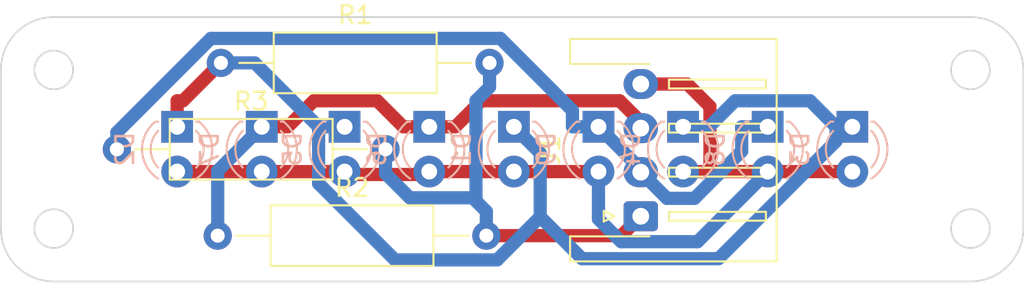
<source format=kicad_pcb>
(kicad_pcb (version 20211014) (generator pcbnew)
  (layers (0 "F.Cu" signal) (31 "B.Cu" signal) (34 "B.Paste" user) (35 "F.Paste" user) (36 "B.SilkS" user "B.Silkscreen") (37 "F.SilkS" user "F.Silkscreen") (38 "B.Mask" user) (39 "F.Mask" user) (44 "Edge.Cuts" user))
  (net 0 "")
  (net 1 "Net-(D1-Pad1)")
  (net 2 "GND")
  (net 3 "SIG_1")
  (net 4 "SIG_2")
  (net 5 "3.3V")
  (footprint "Resistor_THT:R_Axial_DIN0309_L9.0mm_D3.2mm_P15.24mm_Horizontal" (layer "F.Cu") (at 169.48 122.6)
    (fp_text reference "R1" (at 7.62 -2.72) (layer "F.SilkS"))
    (fp_text value "47R")
    (fp_line (start 14.2 0) (end 12.24 0) (layer "F.SilkS") (width 0.12))
    (fp_line (start 3 -1.72) (end 3 1.72) (layer "F.SilkS") (width 0.12))
    (fp_line (start 12.24 -1.72) (end 3 -1.72) (layer "F.SilkS") (width 0.12))
    (fp_line (start 1.04 0) (end 3 0) (layer "F.SilkS") (width 0.12))
    (fp_line (start 12.24 1.72) (end 12.24 -1.72) (layer "F.SilkS") (width 0.12))
    (fp_line (start 3 1.72) (end 12.24 1.72) (layer "F.SilkS") (width 0.12))
    (pad "1" thru_hole circle (at 0 0) (size 1.6 1.6) (drill 0.8) (layers *.Cu *.Mask) (net 1 "Net-(D1-Pad1)"))
    (pad "2" thru_hole oval (at 15.24 0) (size 1.6 1.6) (drill 0.8) (layers *.Cu *.Mask) (net 2 "GND"))
  )
  (footprint "Resistor_THT:R_Axial_DIN0309_L9.0mm_D3.2mm_P15.24mm_Horizontal" (layer "F.Cu") (at 163.58 127.5)
    (fp_text reference "R3" (at 7.62 -2.72) (layer "F.SilkS"))
    (fp_text value "100K")
    (fp_line (start 3 -1.72) (end 3 1.72) (layer "F.SilkS") (width 0.12))
    (fp_line (start 12.24 -1.72) (end 3 -1.72) (layer "F.SilkS") (width 0.12))
    (fp_line (start 14.2 0) (end 12.24 0) (layer "F.SilkS") (width 0.12))
    (fp_line (start 3 1.72) (end 12.24 1.72) (layer "F.SilkS") (width 0.12))
    (fp_line (start 1.04 0) (end 3 0) (layer "F.SilkS") (width 0.12))
    (fp_line (start 12.24 1.72) (end 12.24 -1.72) (layer "F.SilkS") (width 0.12))
    (pad "1" thru_hole circle (at 0 0) (size 1.6 1.6) (drill 0.8) (layers *.Cu *.Mask) (net 4 "SIG_2"))
    (pad "2" thru_hole oval (at 15.24 0) (size 1.6 1.6) (drill 0.8) (layers *.Cu *.Mask) (net 2 "GND"))
  )
  (footprint "Resistor_THT:R_Axial_DIN0309_L9.0mm_D3.2mm_P15.24mm_Horizontal" (layer "F.Cu") (at 169.3 132.4)
    (fp_text reference "R2" (at 7.62 -2.72) (layer "F.SilkS"))
    (fp_text value "100K")
    (fp_line (start 3 -1.72) (end 3 1.72) (layer "F.SilkS") (width 0.12))
    (fp_line (start 14.2 0) (end 12.24 0) (layer "F.SilkS") (width 0.12))
    (fp_line (start 12.24 1.72) (end 12.24 -1.72) (layer "F.SilkS") (width 0.12))
    (fp_line (start 12.24 -1.72) (end 3 -1.72) (layer "F.SilkS") (width 0.12))
    (fp_line (start 3 1.72) (end 12.24 1.72) (layer "F.SilkS") (width 0.12))
    (fp_line (start 1.04 0) (end 3 0) (layer "F.SilkS") (width 0.12))
    (pad "1" thru_hole circle (at 0 0) (size 1.6 1.6) (drill 0.8) (layers *.Cu *.Mask) (net 3 "SIG_1"))
    (pad "2" thru_hole oval (at 15.24 0) (size 1.6 1.6) (drill 0.8) (layers *.Cu *.Mask) (net 2 "GND"))
  )
  (footprint "Connector_JST:JST_XH_S4B-XH-A-1_1x04_P2.50mm_Horizontal" (layer "F.Cu") (at 193.3 131.3 90)
    (fp_text reference "J1" (at 3.75 -5.1 90) (layer "F.SilkS"))
    (fp_text value "Conn_01x04")
    (fp_line (start 0 -1.5) (end -0.3 -2.1) (layer "F.SilkS") (width 0.12))
    (fp_line (start 5.25 7.1) (end 5.25 1.6) (layer "F.SilkS") (width 0.12))
    (fp_line (start 0.25 1.6) (end -0.25 1.6) (layer "F.SilkS") (width 0.12))
    (fp_line (start 7.25 1.6) (end 7.25 7.1) (layer "F.SilkS") (width 0.12))
    (fp_line (start -0.3 -2.1) (end 0.3 -2.1) (layer "F.SilkS") (width 0.12))
    (fp_line (start -0.25 1.6) (end -0.25 7.1) (layer "F.SilkS") (width 0.12))
    (fp_line (start 3.75 7.71) (end 10.06 7.71) (layer "F.SilkS") (width 0.12))
    (fp_line (start 2.75 1.6) (end 2.25 1.6) (layer "F.SilkS") (width 0.12))
    (fp_line (start 4.75 7.1) (end 5.25 7.1) (layer "F.SilkS") (width 0.12))
    (fp_line (start -2.56 7.71) (end -2.56 -4.01) (layer "F.SilkS") (width 0.12))
    (fp_line (start 2.25 1.6) (end 2.25 7.1) (layer "F.SilkS") (width 0.12))
    (fp_line (start 2.75 7.1) (end 2.75 1.6) (layer "F.SilkS") (width 0.12))
    (fp_line (start 7.75 7.1) (end 7.75 1.6) (layer "F.SilkS") (width 0.12))
    (fp_line (start 0.3 -2.1) (end 0 -1.5) (layer "F.SilkS") (width 0.12))
    (fp_line (start -0.25 7.1) (end 0.25 7.1) (layer "F.SilkS") (width 0.12))
    (fp_line (start 4.75 1.6) (end 4.75 7.1) (layer "F.SilkS") (width 0.12))
    (fp_line (start 2.25 7.1) (end 2.75 7.1) (layer "F.SilkS") (width 0.12))
    (fp_line (start 3.75 7.71) (end -2.56 7.71) (layer "F.SilkS") (width 0.12))
    (fp_line (start 5.25 1.6) (end 4.75 1.6) (layer "F.SilkS") (width 0.12))
    (fp_line (start 10.06 -4.01) (end 8.64 -4.01) (layer "F.SilkS") (width 0.12))
    (fp_line (start -1.14 -4.01) (end -1.14 0.49) (layer "F.SilkS") (width 0.12))
    (fp_line (start 7.75 1.6) (end 7.25 1.6) (layer "F.SilkS") (width 0.12))
    (fp_line (start -2.56 -4.01) (end -1.14 -4.01) (layer "F.SilkS") (width 0.12))
    (fp_line (start 8.64 -4.01) (end 8.64 0.49) (layer "F.SilkS") (width 0.12))
    (fp_line (start 10.06 7.71) (end 10.06 -4.01) (layer "F.SilkS") (width 0.12))
    (fp_line (start 7.25 7.1) (end 7.75 7.1) (layer "F.SilkS") (width 0.12))
    (fp_line (start 0.25 7.1) (end 0.25 1.6) (layer "F.SilkS") (width 0.12))
    (pad "1" thru_hole roundrect (at 0 0 90) (size 1.7 1.95) (drill 0.95) (layers *.Cu *.Mask) (roundrect_rratio 0.1470588235) (net 2 "GND"))
    (pad "2" thru_hole oval (at 2.5 0 90) (size 1.7 1.95) (drill 0.95) (layers *.Cu *.Mask) (net 4 "SIG_2"))
    (pad "3" thru_hole oval (at 5 0 90) (size 1.7 1.95) (drill 0.95) (layers *.Cu *.Mask) (net 3 "SIG_1"))
    (pad "4" thru_hole oval (at 7.5 0 90) (size 1.7 1.95) (drill 0.95) (layers *.Cu *.Mask) (net 5 "3.3V"))
  )
  (footprint "RCJ_Library:NJL7302L_F3" (layer "B.Cu") (at 190.9 126.225 -90)
    (fp_text reference "D9" (at 1.27 2.96 90) (layer "B.SilkS") (effects (justify mirror)))
    (fp_text value "D_Photo")
    (fp_line (start -0.29 1.236) (end -0.29 1.08) (layer "B.SilkS") (width 0.12))
    (fp_line (start -0.29 -1.08) (end -0.29 -1.236) (layer "B.SilkS") (width 0.12))
    (fp_arc (start 2.31113 1.079837) (mid 1.270117 1.5) (end 0.229039 1.08) (layer "B.SilkS") (width 0.12))
    (fp_arc (start 2.942335 1.078608) (mid 1.366487 1.987659) (end -0.29 1.235516) (layer "B.SilkS") (width 0.12))
    (fp_arc (start 0.229039 -1.08) (mid 1.270117 -1.5) (end 2.31113 -1.079837) (layer "B.SilkS") (width 0.12))
    (fp_arc (start -0.29 -1.235516) (mid 1.366487 -1.987659) (end 2.942335 -1.078608) (layer "B.SilkS") (width 0.12))
    (pad "1" thru_hole rect (at 0 0 270) (size 1.8 1.8) (drill 0.9) (layers *.Cu *.Mask) (net 4 "SIG_2"))
    (pad "2" thru_hole circle (at 2.54 0 270) (size 1.8 1.8) (drill 0.9) (layers *.Cu *.Mask) (net 5 "3.3V"))
  )
  (footprint "LED_THT:LED_D3.0mm" (layer "B.Cu") (at 186.1 126.225 -90)
    (fp_text reference "D1" (at 1.27 2.96 90) (layer "B.SilkS") (effects (justify mirror)))
    (fp_text value "LED")
    (fp_line (start -0.29 1.236) (end -0.29 1.08) (layer "B.SilkS") (width 0.12))
    (fp_line (start -0.29 -1.08) (end -0.29 -1.236) (layer "B.SilkS") (width 0.12))
    (fp_arc (start 0.229039 -1.08) (mid 1.270117 -1.5) (end 2.31113 -1.079837) (layer "B.SilkS") (width 0.12))
    (fp_arc (start 2.31113 1.079837) (mid 1.270117 1.5) (end 0.229039 1.08) (layer "B.SilkS") (width 0.12))
    (fp_arc (start 2.942335 1.078608) (mid 1.366487 1.987659) (end -0.29 1.235516) (layer "B.SilkS") (width 0.12))
    (fp_arc (start -0.29 -1.235516) (mid 1.366487 -1.987659) (end 2.942335 -1.078608) (layer "B.SilkS") (width 0.12))
    (pad "1" thru_hole rect (at 0 0 270) (size 1.8 1.8) (drill 0.9) (layers *.Cu *.Mask) (net 1 "Net-(D1-Pad1)"))
    (pad "2" thru_hole circle (at 2.54 0 270) (size 1.8 1.8) (drill 0.9) (layers *.Cu *.Mask) (net 5 "3.3V"))
  )
  (footprint "RCJ_Library:NJL7302L_F3" (layer "B.Cu") (at 181.3 126.225 -90)
    (fp_text reference "D6" (at 1.27 2.96 90) (layer "B.SilkS") (effects (justify mirror)))
    (fp_text value "D_Photo")
    (fp_line (start -0.29 -1.08) (end -0.29 -1.236) (layer "B.SilkS") (width 0.12))
    (fp_line (start -0.29 1.236) (end -0.29 1.08) (layer "B.SilkS") (width 0.12))
    (fp_arc (start 0.229039 -1.08) (mid 1.270117 -1.5) (end 2.31113 -1.079837) (layer "B.SilkS") (width 0.12))
    (fp_arc (start -0.29 -1.235516) (mid 1.366487 -1.987659) (end 2.942335 -1.078608) (layer "B.SilkS") (width 0.12))
    (fp_arc (start 2.942335 1.078608) (mid 1.366487 1.987659) (end -0.29 1.235516) (layer "B.SilkS") (width 0.12))
    (fp_arc (start 2.31113 1.079837) (mid 1.270117 1.5) (end 0.229039 1.08) (layer "B.SilkS") (width 0.12))
    (pad "1" thru_hole rect (at 0 0 270) (size 1.8 1.8) (drill 0.9) (layers *.Cu *.Mask) (net 3 "SIG_1"))
    (pad "2" thru_hole circle (at 2.54 0 270) (size 1.8 1.8) (drill 0.9) (layers *.Cu *.Mask) (net 5 "3.3V"))
  )
  (footprint "LED_THT:LED_D3.0mm" (layer "B.Cu") (at 176.5 126.225 -90)
    (fp_text reference "D5" (at 1.27 2.96 90) (layer "B.SilkS") (effects (justify mirror)))
    (fp_text value "LED")
    (fp_line (start -0.29 1.236) (end -0.29 1.08) (layer "B.SilkS") (width 0.12))
    (fp_line (start -0.29 -1.08) (end -0.29 -1.236) (layer "B.SilkS") (width 0.12))
    (fp_arc (start 2.31113 1.079837) (mid 1.270117 1.5) (end 0.229039 1.08) (layer "B.SilkS") (width 0.12))
    (fp_arc (start 0.229039 -1.08) (mid 1.270117 -1.5) (end 2.31113 -1.079837) (layer "B.SilkS") (width 0.12))
    (fp_arc (start -0.29 -1.235516) (mid 1.366487 -1.987659) (end 2.942335 -1.078608) (layer "B.SilkS") (width 0.12))
    (fp_arc (start 2.942335 1.078608) (mid 1.366487 1.987659) (end -0.29 1.235516) (layer "B.SilkS") (width 0.12))
    (pad "1" thru_hole rect (at 0 0 270) (size 1.8 1.8) (drill 0.9) (layers *.Cu *.Mask) (net 1 "Net-(D1-Pad1)"))
    (pad "2" thru_hole circle (at 2.54 0 270) (size 1.8 1.8) (drill 0.9) (layers *.Cu *.Mask) (net 5 "3.3V"))
  )
  (footprint "RCJ_Library:NJL7302L_F3" (layer "B.Cu") (at 200.5 126.225 -90)
    (fp_text reference "D8" (at 1.27 2.96 90) (layer "B.SilkS") (effects (justify mirror)))
    (fp_text value "D_Photo")
    (fp_line (start -0.29 1.236) (end -0.29 1.08) (layer "B.SilkS") (width 0.12))
    (fp_line (start -0.29 -1.08) (end -0.29 -1.236) (layer "B.SilkS") (width 0.12))
    (fp_arc (start 2.942335 1.078608) (mid 1.366487 1.987659) (end -0.29 1.235516) (layer "B.SilkS") (width 0.12))
    (fp_arc (start 0.229039 -1.08) (mid 1.270117 -1.5) (end 2.31113 -1.079837) (layer "B.SilkS") (width 0.12))
    (fp_arc (start -0.29 -1.235516) (mid 1.366487 -1.987659) (end 2.942335 -1.078608) (layer "B.SilkS") (width 0.12))
    (fp_arc (start 2.31113 1.079837) (mid 1.270117 1.5) (end 0.229039 1.08) (layer "B.SilkS") (width 0.12))
    (pad "1" thru_hole rect (at 0 0 270) (size 1.8 1.8) (drill 0.9) (layers *.Cu *.Mask) (net 4 "SIG_2"))
    (pad "2" thru_hole circle (at 2.54 0 270) (size 1.8 1.8) (drill 0.9) (layers *.Cu *.Mask) (net 5 "3.3V"))
  )
  (footprint "LED_THT:LED_D3.0mm" (layer "B.Cu") (at 167 126.225 -90)
    (fp_text reference "D2" (at 1.27 2.96 90) (layer "B.SilkS") (effects (justify mirror)))
    (fp_text value "LED")
    (fp_line (start -0.29 1.236) (end -0.29 1.08) (layer "B.SilkS") (width 0.12))
    (fp_line (start -0.29 -1.08) (end -0.29 -1.236) (layer "B.SilkS") (width 0.12))
    (fp_arc (start 0.229039 -1.08) (mid 1.270117 -1.5) (end 2.31113 -1.079837) (layer "B.SilkS") (width 0.12))
    (fp_arc (start 2.31113 1.079837) (mid 1.270117 1.5) (end 0.229039 1.08) (layer "B.SilkS") (width 0.12))
    (fp_arc (start -0.29 -1.235516) (mid 1.366487 -1.987659) (end 2.942335 -1.078608) (layer "B.SilkS") (width 0.12))
    (fp_arc (start 2.942335 1.078608) (mid 1.366487 1.987659) (end -0.29 1.235516) (layer "B.SilkS") (width 0.12))
    (pad "1" thru_hole rect (at 0 0 270) (size 1.8 1.8) (drill 0.9) (layers *.Cu *.Mask) (net 1 "Net-(D1-Pad1)"))
    (pad "2" thru_hole circle (at 2.54 0 270) (size 1.8 1.8) (drill 0.9) (layers *.Cu *.Mask) (net 5 "3.3V"))
  )
  (footprint "LED_THT:LED_D3.0mm" (layer "B.Cu") (at 195.7 126.225 -90)
    (fp_text reference "D4" (at 1.27 2.96 90) (layer "B.SilkS") (effects (justify mirror)))
    (fp_text value "LED")
    (fp_line (start -0.29 -1.08) (end -0.29 -1.236) (layer "B.SilkS") (width 0.12))
    (fp_line (start -0.29 1.236) (end -0.29 1.08) (layer "B.SilkS") (width 0.12))
    (fp_arc (start 2.942335 1.078608) (mid 1.366487 1.987659) (end -0.29 1.235516) (layer "B.SilkS") (width 0.12))
    (fp_arc (start 2.31113 1.079837) (mid 1.270117 1.5) (end 0.229039 1.08) (layer "B.SilkS") (width 0.12))
    (fp_arc (start -0.29 -1.235516) (mid 1.366487 -1.987659) (end 2.942335 -1.078608) (layer "B.SilkS") (width 0.12))
    (fp_arc (start 0.229039 -1.08) (mid 1.270117 -1.5) (end 2.31113 -1.079837) (layer "B.SilkS") (width 0.12))
    (pad "1" thru_hole rect (at 0 0 270) (size 1.8 1.8) (drill 0.9) (layers *.Cu *.Mask) (net 1 "Net-(D1-Pad1)"))
    (pad "2" thru_hole circle (at 2.54 0 270) (size 1.8 1.8) (drill 0.9) (layers *.Cu *.Mask) (net 5 "3.3V"))
  )
  (footprint "RCJ_Library:NJL7302L_F3" (layer "B.Cu") (at 171.8 126.225 -90)
    (fp_text reference "D7" (at 1.27 2.96 90) (layer "B.SilkS") (effects (justify mirror)))
    (fp_text value "D_Photo")
    (fp_line (start -0.29 -1.08) (end -0.29 -1.236) (layer "B.SilkS") (width 0.12))
    (fp_line (start -0.29 1.236) (end -0.29 1.08) (layer "B.SilkS") (width 0.12))
    (fp_arc (start 2.942335 1.078608) (mid 1.366487 1.987659) (end -0.29 1.235516) (layer "B.SilkS") (width 0.12))
    (fp_arc (start -0.29 -1.235516) (mid 1.366487 -1.987659) (end 2.942335 -1.078608) (layer "B.SilkS") (width 0.12))
    (fp_arc (start 0.229039 -1.08) (mid 1.270117 -1.5) (end 2.31113 -1.079837) (layer "B.SilkS") (width 0.12))
    (fp_arc (start 2.31113 1.079837) (mid 1.270117 1.5) (end 0.229039 1.08) (layer "B.SilkS") (width 0.12))
    (pad "1" thru_hole rect (at 0 0 270) (size 1.8 1.8) (drill 0.9) (layers *.Cu *.Mask) (net 3 "SIG_1"))
    (pad "2" thru_hole circle (at 2.54 0 270) (size 1.8 1.8) (drill 0.9) (layers *.Cu *.Mask) (net 5 "3.3V"))
  )
  (footprint "LED_THT:LED_D3.0mm" (layer "B.Cu") (at 205.3 126.225 -90)
    (fp_text reference "D3" (at 1.27 2.96 90) (layer "B.SilkS") (effects (justify mirror)))
    (fp_text value "LED")
    (fp_line (start -0.29 1.236) (end -0.29 1.08) (layer "B.SilkS") (width 0.12))
    (fp_line (start -0.29 -1.08) (end -0.29 -1.236) (layer "B.SilkS") (width 0.12))
    (fp_arc (start 2.31113 1.079837) (mid 1.270117 1.5) (end 0.229039 1.08) (layer "B.SilkS") (width 0.12))
    (fp_arc (start -0.29 -1.235516) (mid 1.366487 -1.987659) (end 2.942335 -1.078608) (layer "B.SilkS") (width 0.12))
    (fp_arc (start 2.942335 1.078608) (mid 1.366487 1.987659) (end -0.29 1.235516) (layer "B.SilkS") (width 0.12))
    (fp_arc (start 0.229039 -1.08) (mid 1.270117 -1.5) (end 2.31113 -1.079837) (layer "B.SilkS") (width 0.12))
    (pad "1" thru_hole rect (at 0 0 270) (size 1.8 1.8) (drill 0.9) (layers *.Cu *.Mask) (net 1 "Net-(D1-Pad1)"))
    (pad "2" thru_hole circle (at 2.54 0 270) (size 1.8 1.8) (drill 0.9) (layers *.Cu *.Mask) (net 5 "3.3V"))
  )
  (gr_line (start 160 135) (end 212 135) (layer "Edge.Cuts") (width 0.1))
  (gr_arc (start 160 135) (mid 157.87868 134.12132) (end 157 132) (layer "Edge.Cuts") (width 0.1))
  (gr_circle (center 212 123) (end 213.1 123) (layer "Edge.Cuts") (width 0.1) (fill none))
  (gr_arc (start 212 120) (mid 214.12132 120.87868) (end 215 123) (layer "Edge.Cuts") (width 0.1))
  (gr_line (start 215 123) (end 215 132) (layer "Edge.Cuts") (width 0.1))
  (gr_line (start 157 123) (end 157 132) (layer "Edge.Cuts") (width 0.1))
  (gr_line (start 212 120) (end 160 120) (layer "Edge.Cuts") (width 0.1))
  (gr_circle (center 160 132) (end 161.1 132) (layer "Edge.Cuts") (width 0.1) (fill none))
  (gr_circle (center 160 123) (end 161.1 123) (layer "Edge.Cuts") (width 0.1) (fill none))
  (gr_circle (center 212 132) (end 213.1 132) (layer "Edge.Cuts") (width 0.1) (fill none))
  (gr_arc (start 215 132) (mid 214.12132 134.12132) (end 212 135) (layer "Edge.Cuts") (width 0.1))
  (gr_arc (start 157 123) (mid 157.87868 120.87868) (end 160 120) (layer "Edge.Cuts") (width 0.1))
  (segment (start 167.3303 124.7497) (end 167 124.7497) (width 0.75) (layer "F.Cu") (net 1))
  (segment (start 169.48 122.6) (end 167.3303 124.7497) (width 0.75) (layer "F.Cu") (net 1))
  (segment (start 167 126.225) (end 167 124.7497) (width 0.75) (layer "F.Cu") (net 1))
  (segment (start 176.5 126.225) (end 175.0247 126.225) (width 0.75) (layer "B.Cu") (net 1))
  (segment (start 187.5944 131.3328) (end 187.5944 127.7194) (width 0.75) (layer "B.Cu") (net 1))
  (segment (start 175.0247 126.225) (end 171.3997 122.6) (width 0.75) (layer "B.Cu") (net 1))
  (segment (start 197.7072 133.7067) (end 204.3762 127.0377) (width 0.75) (layer "B.Cu") (net 1))
  (segment (start 198.6506 124.7497) (end 197.1753 126.225) (width 0.75) (layer "B.Cu") (net 1))
  (segment (start 171.3997 122.6) (end 169.48 122.6) (width 0.75) (layer "B.Cu") (net 1))
  (segment (start 179.3542 133.7754) (end 185.1518 133.7754) (width 0.75) (layer "B.Cu") (net 1))
  (segment (start 204.3762 127.0377) (end 204.3762 126.225) (width 0.75) (layer "B.Cu") (net 1))
  (segment (start 175.0247 129.4459) (end 179.3542 133.7754) (width 0.75) (layer "B.Cu") (net 1))
  (segment (start 202.9009 124.7497) (end 198.6506 124.7497) (width 0.75) (layer "B.Cu") (net 1))
  (segment (start 185.1518 133.7754) (end 187.5944 131.3328) (width 0.75) (layer "B.Cu") (net 1))
  (segment (start 205.3 126.225) (end 204.5624 126.225) (width 0.75) (layer "B.Cu") (net 1))
  (segment (start 195.7 126.225) (end 197.1753 126.225) (width 0.75) (layer "B.Cu") (net 1))
  (segment (start 187.5944 131.3328) (end 189.9683 133.7067) (width 0.75) (layer "B.Cu") (net 1))
  (segment (start 204.5624 126.225) (end 204.3762 126.225) (width 0.75) (layer "B.Cu") (net 1))
  (segment (start 187.5944 127.7194) (end 186.1 126.225) (width 0.75) (layer "B.Cu") (net 1))
  (segment (start 175.0247 126.225) (end 175.0247 129.4459) (width 0.75) (layer "B.Cu") (net 1))
  (segment (start 189.9683 133.7067) (end 197.7072 133.7067) (width 0.75) (layer "B.Cu") (net 1))
  (segment (start 204.3762 126.225) (end 202.9009 124.7497) (width 0.75) (layer "B.Cu") (net 1))
  (segment (start 192.2 132.4) (end 193.3 131.3) (width 0.75) (layer "F.Cu") (net 2))
  (segment (start 184.54 132.4) (end 192.2 132.4) (width 0.75) (layer "F.Cu") (net 2))
  (segment (start 183.9525 130.4372) (end 184.54 131.0247) (width 0.75) (layer "B.Cu") (net 2))
  (segment (start 178.82 127.5) (end 178.82 128.8753) (width 0.75) (layer "B.Cu") (net 2))
  (segment (start 184.72 123.9753) (end 183.9525 124.7428) (width 0.75) (layer "B.Cu") (net 2))
  (segment (start 178.82 128.8753) (end 180.1968 130.2521) (width 0.75) (layer "B.Cu") (net 2))
  (segment (start 183.9525 124.7428) (end 183.9525 130.2521) (width 0.75) (layer "B.Cu") (net 2))
  (segment (start 184.54 132.4) (end 184.54 131.0247) (width 0.75) (layer "B.Cu") (net 2))
  (segment (start 183.9525 130.2521) (end 183.9525 130.4372) (width 0.75) (layer "B.Cu") (net 2))
  (segment (start 184.72 122.6) (end 184.72 123.9753) (width 0.75) (layer "B.Cu") (net 2))
  (segment (start 180.1968 130.2521) (end 183.9525 130.2521) (width 0.75) (layer "B.Cu") (net 2))
  (segment (start 181.3 126.225) (end 179.8247 126.225) (width 0.75) (layer "F.Cu") (net 3))
  (segment (start 182.7753 126.225) (end 184.2507 124.7496) (width 0.75) (layer "F.Cu") (net 3))
  (segment (start 174.7506 124.7497) (end 178.3494 124.7497) (width 0.75) (layer "F.Cu") (net 3))
  (segment (start 192.1029 124.7496) (end 193.3 125.9467) (width 0.75) (layer "F.Cu") (net 3))
  (segment (start 178.3494 124.7497) (end 179.8247 126.225) (width 0.75) (layer "F.Cu") (net 3))
  (segment (start 193.3 125.9467) (end 193.3 126.3) (width 0.75) (layer "F.Cu") (net 3))
  (segment (start 181.3 126.225) (end 182.7753 126.225) (width 0.75) (layer "F.Cu") (net 3))
  (segment (start 173.2753 126.225) (end 174.7506 124.7497) (width 0.75) (layer "F.Cu") (net 3))
  (segment (start 171.8 126.225) (end 173.2753 126.225) (width 0.75) (layer "F.Cu") (net 3))
  (segment (start 184.2507 124.7496) (end 192.1029 124.7496) (width 0.75) (layer "F.Cu") (net 3))
  (segment (start 169.3 128.725) (end 171.8 126.225) (width 0.75) (layer "B.Cu") (net 3))
  (segment (start 169.3 132.4) (end 169.3 128.725) (width 0.75) (layer "B.Cu") (net 3))
  (segment (start 189.4247 125.3029) (end 189.4247 126.225) (width 0.75) (layer "B.Cu") (net 4))
  (segment (start 199.0247 127.6081) (end 199.0247 126.225) (width 0.75) (layer "B.Cu") (net 4))
  (segment (start 185.3324 121.2106) (end 189.4247 125.3029) (width 0.75) (layer "B.Cu") (net 4))
  (segment (start 163.58 126.5431) (end 168.9125 121.2106) (width 0.75) (layer "B.Cu") (net 4))
  (segment (start 163.58 127.5) (end 163.58 126.5431) (width 0.75) (layer "B.Cu") (net 4))
  (segment (start 196.3496 130.2832) (end 199.0247 127.6081) (width 0.75) (layer "B.Cu") (net 4))
  (segment (start 190.9 126.225) (end 189.4247 126.225) (width 0.75) (layer "B.Cu") (net 4))
  (segment (start 193.3 128.8) (end 194.7832 130.2832) (width 0.75) (layer "B.Cu") (net 4))
  (segment (start 193.3 128.625) (end 193.3 128.8) (width 0.75) (layer "B.Cu") (net 4))
  (segment (start 194.7832 130.2832) (end 196.3496 130.2832) (width 0.75) (layer "B.Cu") (net 4))
  (segment (start 168.9125 121.2106) (end 185.3324 121.2106) (width 0.75) (layer "B.Cu") (net 4))
  (segment (start 200.5 126.225) (end 199.0247 126.225) (width 0.75) (layer "B.Cu") (net 4))
  (segment (start 190.9 126.225) (end 193.3 128.625) (width 0.75) (layer "B.Cu") (net 4))
  (segment (start 197.2254 128.765) (end 197.2254 125.0782) (width 0.75) (layer "F.Cu") (net 5))
  (segment (start 181.1355 128.9295) (end 176.6645 128.9295) (width 0.75) (layer "F.Cu") (net 5))
  (segment (start 197.2254 125.0782) (end 195.9472 123.8) (width 0.75) (layer "F.Cu") (net 5))
  (segment (start 171.8 128.765) (end 167 128.765) (width 0.75) (layer "F.Cu") (net 5))
  (segment (start 190.9 128.765) (end 186.1 128.765) (width 0.75) (layer "F.Cu") (net 5))
  (segment (start 200.5 128.765) (end 197.2254 128.765) (width 0.75) (layer "F.Cu") (net 5))
  (segment (start 197.2254 128.765) (end 195.7 128.765) (width 0.75) (layer "F.Cu") (net 5))
  (segment (start 205.3 128.765) (end 200.5 128.765) (width 0.75) (layer "F.Cu") (net 5))
  (segment (start 176.5 128.765) (end 171.8 128.765) (width 0.75) (layer "F.Cu") (net 5))
  (segment (start 195.9472 123.8) (end 193.3 123.8) (width 0.75) (layer "F.Cu") (net 5))
  (segment (start 186.1 128.765) (end 181.3 128.765) (width 0.75) (layer "F.Cu") (net 5))
  (segment (start 176.6645 128.9295) (end 176.5 128.765) (width 0.75) (layer "F.Cu") (net 5))
  (segment (start 181.3 128.765) (end 181.1355 128.9295) (width 0.75) (layer "F.Cu") (net 5))
  (segment (start 190.9 131.4595) (end 190.9 128.765) (width 0.75) (layer "B.Cu") (net 5))
  (segment (start 192.1832 132.7427) (end 190.9 131.4595) (width 0.75) (layer "B.Cu") (net 5))
  (segment (start 196.5223 132.7427) (end 192.1832 132.7427) (width 0.75) (layer "B.Cu") (net 5))
  (segment (start 200.5 128.765) (end 196.5223 132.7427) (width 0.75) (layer "B.Cu") (net 5))
)
</source>
